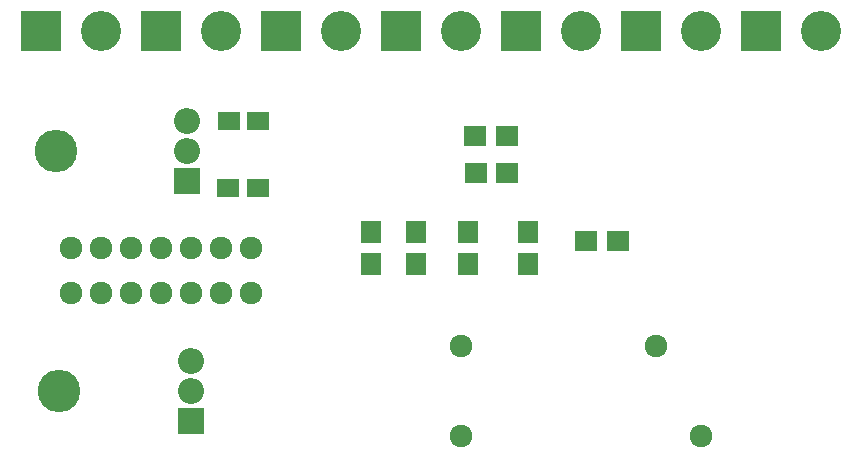
<source format=gbr>
G04 #@! TF.FileFunction,Soldermask,Top*
%FSLAX46Y46*%
G04 Gerber Fmt 4.6, Leading zero omitted, Abs format (unit mm)*
G04 Created by KiCad (PCBNEW 4.0.7) date 05/05/18 10:53:01*
%MOMM*%
%LPD*%
G01*
G04 APERTURE LIST*
%ADD10C,0.100000*%
%ADD11R,1.900000X1.650000*%
%ADD12C,1.924000*%
%ADD13O,3.600000X3.600000*%
%ADD14R,2.200000X2.200000*%
%ADD15O,2.200000X2.200000*%
%ADD16R,1.900000X1.700000*%
%ADD17R,1.700000X1.900000*%
%ADD18R,3.400000X3.400000*%
%ADD19C,3.400000*%
G04 APERTURE END LIST*
D10*
D11*
X120650000Y-81280000D03*
X123150000Y-81280000D03*
X120690000Y-75565000D03*
X123190000Y-75565000D03*
D12*
X140335000Y-94615000D03*
X156845000Y-94615000D03*
X140335000Y-102235000D03*
X160655000Y-102235000D03*
D13*
X106375000Y-98425000D03*
D14*
X117475000Y-100965000D03*
D15*
X117475000Y-98425000D03*
X117475000Y-95885000D03*
D16*
X141525000Y-76835000D03*
X144225000Y-76835000D03*
D17*
X140970000Y-87710000D03*
X140970000Y-85010000D03*
X146050000Y-87710000D03*
X146050000Y-85010000D03*
X136525000Y-85010000D03*
X136525000Y-87710000D03*
D16*
X150970000Y-85725000D03*
X153670000Y-85725000D03*
X141605000Y-80010000D03*
X144305000Y-80010000D03*
D17*
X132715000Y-87710000D03*
X132715000Y-85010000D03*
D12*
X122555000Y-90170000D03*
X120015000Y-90170000D03*
X117475000Y-90170000D03*
X114935000Y-90170000D03*
X112395000Y-90170000D03*
X109855000Y-90170000D03*
X107315000Y-90170000D03*
X122555000Y-86360000D03*
X120015000Y-86360000D03*
X117475000Y-86360000D03*
X114935000Y-86360000D03*
X112395000Y-86360000D03*
X109855000Y-86360000D03*
X107315000Y-86360000D03*
D13*
X106045000Y-78105000D03*
D14*
X117145000Y-80645000D03*
D15*
X117145000Y-78105000D03*
X117145000Y-75565000D03*
D18*
X135255000Y-67945000D03*
D19*
X140335000Y-67945000D03*
D18*
X114935000Y-67945000D03*
D19*
X120015000Y-67945000D03*
D18*
X165735000Y-67945000D03*
D19*
X170815000Y-67945000D03*
D18*
X125095000Y-67945000D03*
D19*
X130175000Y-67945000D03*
D18*
X104775000Y-67945000D03*
D19*
X109855000Y-67945000D03*
D18*
X145415000Y-67945000D03*
D19*
X150495000Y-67945000D03*
D18*
X155575000Y-67945000D03*
D19*
X160655000Y-67945000D03*
M02*

</source>
